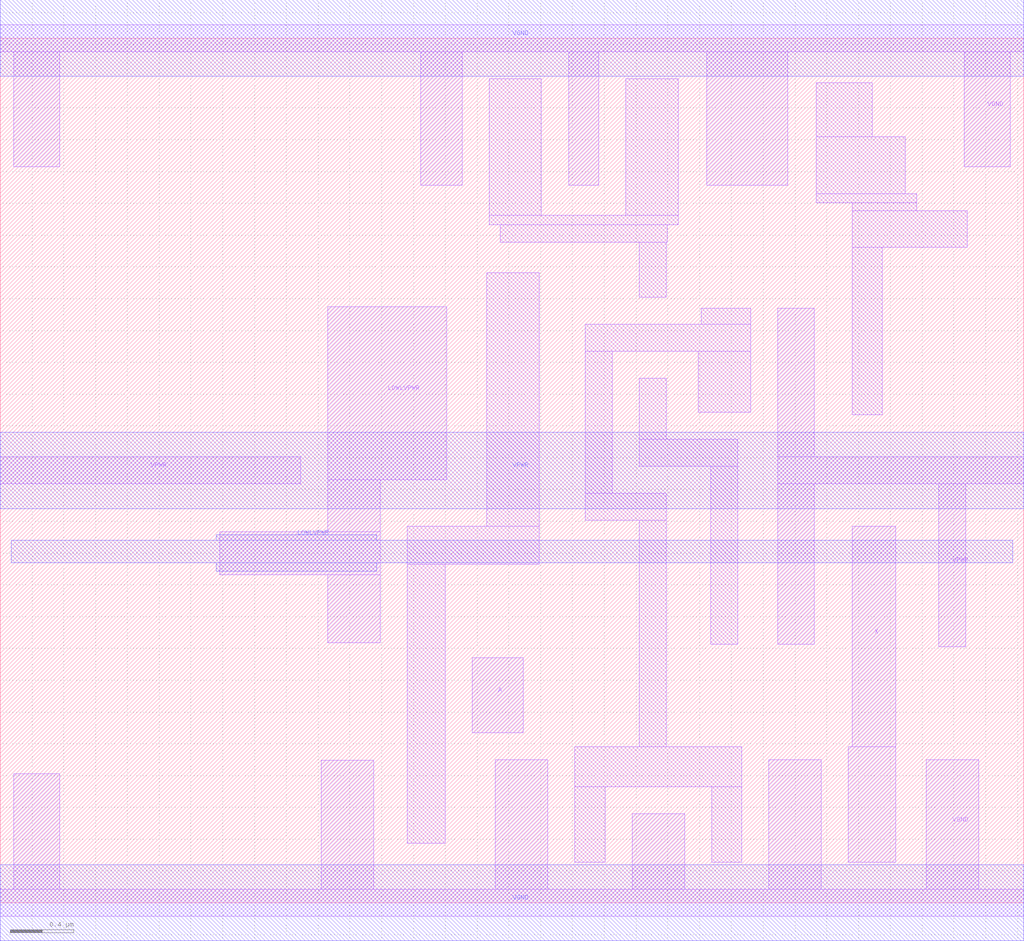
<source format=lef>
# Copyright 2020 The SkyWater PDK Authors
#
# Licensed under the Apache License, Version 2.0 (the "License");
# you may not use this file except in compliance with the License.
# You may obtain a copy of the License at
#
#     https://www.apache.org/licenses/LICENSE-2.0
#
# Unless required by applicable law or agreed to in writing, software
# distributed under the License is distributed on an "AS IS" BASIS,
# WITHOUT WARRANTIES OR CONDITIONS OF ANY KIND, either express or implied.
# See the License for the specific language governing permissions and
# limitations under the License.
#
# SPDX-License-Identifier: Apache-2.0

VERSION 5.5 ;
NAMESCASESENSITIVE ON ;
BUSBITCHARS "[]" ;
DIVIDERCHAR "/" ;
MACRO sky130_fd_sc_hd__lpflow_lsbuf_lh_isowell_tap_2
  CLASS CORE ;
  SOURCE USER ;
  ORIGIN  0.000000  0.000000 ;
  SIZE  6.440000 BY  5.440000 ;
  SYMMETRY X Y R90 ;
  SITE unithd ;
  PIN A
    ANTENNAGATEAREA  0.603000 ;
    DIRECTION INPUT ;
    USE SIGNAL ;
    PORT
      LAYER li1 ;
        RECT 2.970000 1.070000 3.290000 1.540000 ;
    END
  END A
  PIN X
    ANTENNADIFFAREA  0.610500 ;
    DIRECTION OUTPUT ;
    USE SIGNAL ;
    PORT
      LAYER li1 ;
        RECT 5.335000 0.255000 5.635000 0.980000 ;
        RECT 5.360000 0.980000 5.635000 2.370000 ;
    END
  END X
  PIN LOWLVPWR
    DIRECTION INOUT ;
    SHAPE ABUTMENT ;
    USE POWER ;
    PORT
      LAYER li1 ;
        RECT 1.380000 2.065000 2.390000 2.335000 ;
        RECT 2.060000 1.635000 2.390000 2.065000 ;
        RECT 2.060000 2.335000 2.390000 2.660000 ;
        RECT 2.060000 2.660000 2.810000 3.750000 ;
    END
    PORT
      LAYER met1 ;
        RECT 0.070000 2.140000 6.370000 2.280000 ;
        RECT 1.360000 2.085000 2.370000 2.140000 ;
        RECT 1.360000 2.280000 2.370000 2.315000 ;
    END
  END LOWLVPWR
  PIN VGND
    DIRECTION INOUT ;
    SHAPE ABUTMENT ;
    USE GROUND ;
    PORT
      LAYER li1 ;
        RECT 0.000000 -0.085000 6.440000 0.085000 ;
        RECT 0.085000  0.085000 0.375000 0.810000 ;
        RECT 2.020000  0.085000 2.350000 0.895000 ;
        RECT 3.115000  0.085000 3.445000 0.900000 ;
        RECT 3.975000  0.085000 4.305000 0.560000 ;
        RECT 4.835000  0.085000 5.165000 0.900000 ;
        RECT 5.825000  0.085000 6.155000 0.900000 ;
    END
    PORT
      LAYER li1 ;
        RECT 0.000000 5.355000 6.440000 5.525000 ;
        RECT 0.085000 4.630000 0.375000 5.355000 ;
        RECT 2.645000 4.515000 2.905000 5.355000 ;
        RECT 3.575000 4.515000 3.765000 5.355000 ;
        RECT 4.445000 4.515000 4.955000 5.355000 ;
        RECT 6.065000 4.630000 6.355000 5.355000 ;
    END
    PORT
      LAYER met1 ;
        RECT 0.000000 -0.240000 6.440000 0.240000 ;
    END
    PORT
      LAYER met1 ;
        RECT 0.000000 5.200000 6.440000 5.680000 ;
    END
  END VGND
  PIN VPWR
    DIRECTION INOUT ;
    SHAPE ABUTMENT ;
    USE POWER ;
    PORT
      LAYER li1 ;
        RECT 0.000000 2.635000 1.890000 2.805000 ;
    END
    PORT
      LAYER li1 ;
        RECT 4.890000 1.625000 5.120000 2.635000 ;
        RECT 4.890000 2.635000 6.440000 2.805000 ;
        RECT 4.890000 2.805000 5.120000 3.740000 ;
        RECT 5.905000 1.610000 6.075000 2.635000 ;
    END
    PORT
      LAYER met1 ;
        RECT 0.000000 2.480000 6.440000 2.960000 ;
    END
  END VPWR
  OBS
    LAYER li1 ;
      RECT 2.560000 0.375000 2.800000 2.130000 ;
      RECT 2.560000 2.130000 3.390000 2.370000 ;
      RECT 3.060000 2.370000 3.390000 3.965000 ;
      RECT 3.075000 4.265000 4.265000 4.325000 ;
      RECT 3.075000 4.325000 3.405000 5.185000 ;
      RECT 3.145000 4.155000 4.195000 4.265000 ;
      RECT 3.615000 0.255000 3.805000 0.730000 ;
      RECT 3.615000 0.730000 4.665000 0.980000 ;
      RECT 3.680000 2.405000 4.190000 2.575000 ;
      RECT 3.680000 2.575000 3.850000 3.470000 ;
      RECT 3.680000 3.470000 4.720000 3.640000 ;
      RECT 3.935000 4.325000 4.265000 5.185000 ;
      RECT 4.020000 0.980000 4.190000 2.405000 ;
      RECT 4.020000 2.745000 4.640000 2.915000 ;
      RECT 4.020000 2.915000 4.190000 3.300000 ;
      RECT 4.020000 3.810000 4.190000 4.155000 ;
      RECT 4.390000 3.085000 4.720000 3.470000 ;
      RECT 4.410000 3.640000 4.720000 3.740000 ;
      RECT 4.470000 1.625000 4.640000 2.745000 ;
      RECT 4.475000 0.255000 4.665000 0.730000 ;
      RECT 5.135000 4.405000 5.765000 4.460000 ;
      RECT 5.135000 4.460000 5.695000 4.820000 ;
      RECT 5.135000 4.820000 5.485000 5.160000 ;
      RECT 5.360000 3.070000 5.550000 4.125000 ;
      RECT 5.360000 4.125000 6.085000 4.355000 ;
      RECT 5.360000 4.355000 5.765000 4.405000 ;
  END
END sky130_fd_sc_hd__lpflow_lsbuf_lh_isowell_tap_2
END LIBRARY

</source>
